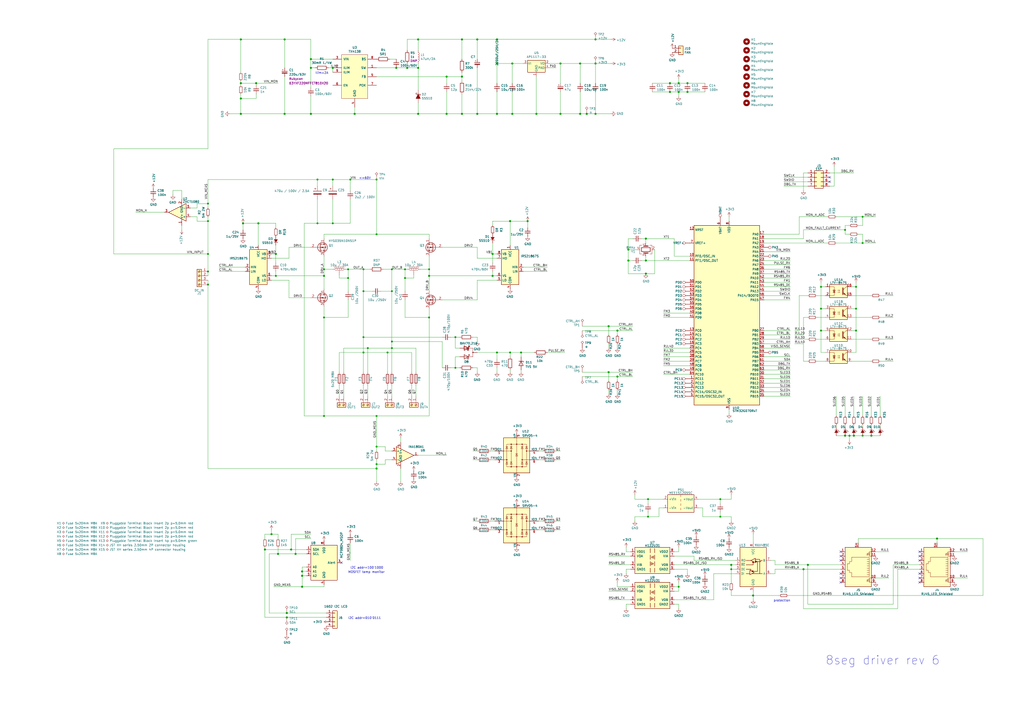
<source format=kicad_sch>
(kicad_sch (version 20230620) (generator eeschema)

  (uuid a4b014d8-050b-4a7a-9077-d2799def17e5)

  (paper "A2")

  

  (junction (at 345.44 66.04) (diameter 1.016) (color 0 0 0 0)
    (uuid 00f422f1-f7f8-45df-931d-5010ff4fc931)
  )
  (junction (at 248.92 160.02) (diameter 1.016) (color 0 0 0 0)
    (uuid 0320d5ba-1f2a-4dbb-90ec-b8337f7c0078)
  )
  (junction (at 311.15 66.04) (diameter 1.016) (color 0 0 0 0)
    (uuid 035e3df6-a887-424c-8db8-3025c19db82a)
  )
  (junction (at 417.83 289.56) (diameter 0) (color 0 0 0 0)
    (uuid 08ee1e7a-8d3a-4298-bf77-657ae0db370b)
  )
  (junction (at 165.1 22.86) (diameter 1.016) (color 0 0 0 0)
    (uuid 0903abc9-8580-46a5-a0e4-5ce6a661e2ab)
  )
  (junction (at 417.83 299.72) (diameter 0) (color 0 0 0 0)
    (uuid 09412149-c3d7-42cc-b02a-e8a0a7d26ad1)
  )
  (junction (at 340.36 66.04) (diameter 1.016) (color 0 0 0 0)
    (uuid 0a067b79-8dc4-41ec-aa3e-4cf0bb5d840d)
  )
  (junction (at 496.57 191.77) (diameter 0) (color 0 0 0 0)
    (uuid 0a0d5359-1d79-44ae-bbc1-b3db6ece17a2)
  )
  (junction (at 175.26 334.01) (diameter 1.016) (color 0 0 0 0)
    (uuid 0ca53f50-b13d-43cb-88af-bf26352ab851)
  )
  (junction (at 259.08 44.45) (diameter 1.016) (color 0 0 0 0)
    (uuid 0e013a49-ea28-4317-91d8-c846afcf1446)
  )
  (junction (at 375.92 299.72) (diameter 0) (color 0 0 0 0)
    (uuid 0e8c626b-bb94-41ba-bd62-878b934553b1)
  )
  (junction (at 345.44 36.83) (diameter 1.016) (color 0 0 0 0)
    (uuid 0ecb41a9-edcd-4167-851b-0a409316af20)
  )
  (junction (at 227.33 201.93) (diameter 0) (color 0 0 0 0)
    (uuid 117b1c6d-cd05-4165-95be-8cc26682d4e6)
  )
  (junction (at 120.65 118.11) (diameter 0) (color 0 0 0 0)
    (uuid 12481141-735e-4613-bc2c-ed1fbae616af)
  )
  (junction (at 213.36 201.93) (diameter 0) (color 0 0 0 0)
    (uuid 130bbd26-5cf4-44a7-89ae-0b1c35d239d6)
  )
  (junction (at 267.97 66.04) (diameter 1.016) (color 0 0 0 0)
    (uuid 17438b62-92c5-4c16-8372-5519e17644ba)
  )
  (junction (at 288.29 204.47) (diameter 0) (color 0 0 0 0)
    (uuid 176d78f8-ee33-48e8-8626-c5f4a9ac9253)
  )
  (junction (at 364.49 151.13) (diameter 1.016) (color 0 0 0 0)
    (uuid 197eb893-ab50-430d-9190-6ad4ef716463)
  )
  (junction (at 496.57 179.07) (diameter 0) (color 0 0 0 0)
    (uuid 19e14406-ba74-4917-a048-f5dbe4e6afab)
  )
  (junction (at 139.7 22.86) (diameter 1.016) (color 0 0 0 0)
    (uuid 1d5da22d-f43f-4a8c-b79f-b6a201ab433d)
  )
  (junction (at 157.48 309.88) (diameter 1.016) (color 0 0 0 0)
    (uuid 1eeb059b-acfc-46ea-bb64-a81bc92bb3a3)
  )
  (junction (at 476.25 179.07) (diameter 0) (color 0 0 0 0)
    (uuid 211d2edf-7005-449f-bc5d-8eca38d8bb6e)
  )
  (junction (at 543.56 312.42) (diameter 1.016) (color 0 0 0 0)
    (uuid 2177752a-ab07-4db4-a753-15c95f4ea0ea)
  )
  (junction (at 218.44 259.08) (diameter 0) (color 0 0 0 0)
    (uuid 26c973fa-96f3-42b2-a211-ca3d321e1041)
  )
  (junction (at 492.76 252.73) (diameter 1.016) (color 0 0 0 0)
    (uuid 27fcf822-a402-4867-858f-a19ea5819b84)
  )
  (junction (at 148.59 48.26) (diameter 1.016) (color 0 0 0 0)
    (uuid 29d932ac-35b1-4719-b024-fb16ea3d7d64)
  )
  (junction (at 295.91 128.27) (diameter 1.016) (color 0 0 0 0)
    (uuid 2bbf58a4-4126-478e-b296-04cae21d1e49)
  )
  (junction (at 302.26 204.47) (diameter 0) (color 0 0 0 0)
    (uuid 2de04189-82cd-4f64-bb4a-d15b8bda3c3d)
  )
  (junction (at 180.34 66.04) (diameter 1.016) (color 0 0 0 0)
    (uuid 2ef7a379-fc96-409e-86be-72ad614f5c77)
  )
  (junction (at 187.96 160.02) (diameter 1.016) (color 0 0 0 0)
    (uuid 33c966db-50f5-43db-9455-0a2a2c65d44b)
  )
  (junction (at 210.82 204.47) (diameter 0) (color 0 0 0 0)
    (uuid 34a8df00-dce4-4145-858c-4ee04793e310)
  )
  (junction (at 201.93 161.29) (diameter 0) (color 0 0 0 0)
    (uuid 350628bc-cd1a-40ff-b431-4e7d7c62d68b)
  )
  (junction (at 259.08 66.04) (diameter 1.016) (color 0 0 0 0)
    (uuid 377b7b69-af5e-4cc7-8770-03636f199c92)
  )
  (junction (at 495.3 252.73) (diameter 1.016) (color 0 0 0 0)
    (uuid 3a1e84d6-a87a-4bfb-a2a4-3c6397a7592a)
  )
  (junction (at 227.33 168.91) (diameter 0) (color 0 0 0 0)
    (uuid 3a8f40ae-2e79-4177-9f98-fb8dc7763aba)
  )
  (junction (at 500.38 125.73) (diameter 0) (color 0 0 0 0)
    (uuid 3b5623e9-46f1-4b36-9457-0c0b1018d010)
  )
  (junction (at 353.06 189.23) (diameter 1.016) (color 0 0 0 0)
    (uuid 3ba4cc3b-ceb4-4b38-8b98-08a2715df3eb)
  )
  (junction (at 187.96 241.3) (diameter 0) (color 0 0 0 0)
    (uuid 3cf83d27-64e8-4f02-8293-9208ee79a516)
  )
  (junction (at 500.38 252.73) (diameter 0) (color 0 0 0 0)
    (uuid 3eff19e4-fd72-476a-87b1-b08e7931cbe4)
  )
  (junction (at 227.33 156.21) (diameter 0) (color 0 0 0 0)
    (uuid 40689062-8cea-423a-ae91-f37b9b5d6731)
  )
  (junction (at 325.12 66.04) (diameter 1.016) (color 0 0 0 0)
    (uuid 41ab825f-1308-4d4a-91de-7aaf5c5b747f)
  )
  (junction (at 120.65 157.48) (diameter 0) (color 0 0 0 0)
    (uuid 41d1bc65-d837-4d03-b9b1-af5f3dac5494)
  )
  (junction (at 242.57 39.37) (diameter 1.016) (color 0 0 0 0)
    (uuid 423257a9-1cf1-4a26-a368-ae40c8616c22)
  )
  (junction (at 358.14 218.44) (diameter 1.016) (color 0 0 0 0)
    (uuid 442eceee-b445-4cfa-9521-bb7fb466462a)
  )
  (junction (at 288.29 66.04) (diameter 1.016) (color 0 0 0 0)
    (uuid 4467c9c4-0f8b-4288-b7af-6bb921025486)
  )
  (junction (at 288.29 36.83) (diameter 1.016) (color 0 0 0 0)
    (uuid 4a47447e-b34c-4e4b-b428-2f135e8a14ea)
  )
  (junction (at 153.67 318.77) (diameter 1.016) (color 0 0 0 0)
    (uuid 4d19e9f6-2b27-4560-a8a4-871f4ba21385)
  )
  (junction (at 205.74 66.04) (diameter 1.016) (color 0 0 0 0)
    (uuid 4d403375-e327-48a2-a6fd-056a25e40431)
  )
  (junction (at 297.18 36.83) (diameter 1.016) (color 0 0 0 0)
    (uuid 4d7cf408-1fc7-4553-9038-f9c22b416fa2)
  )
  (junction (at 295.91 204.47) (diameter 0) (color 0 0 0 0)
    (uuid 4ed5c65d-270b-421e-a4bb-055283c5e7de)
  )
  (junction (at 171.45 321.31) (diameter 1.016) (color 0 0 0 0)
    (uuid 510b37f1-3e19-48e5-8568-52d428cbdd61)
  )
  (junction (at 336.55 36.83) (diameter 1.016) (color 0 0 0 0)
    (uuid 526dfc45-c0d3-4891-8542-76be0de6756f)
  )
  (junction (at 160.02 160.02) (diameter 0) (color 0 0 0 0)
    (uuid 52f7564e-abff-467f-bf4c-1375dc3072a9)
  )
  (junction (at 276.86 22.86) (diameter 1.016) (color 0 0 0 0)
    (uuid 5358b62b-76e6-4793-ac7f-61586e0c2ec1)
  )
  (junction (at 374.65 151.13) (diameter 1.016) (color 0 0 0 0)
    (uuid 546dfa7f-4b59-408f-b383-761304e2055d)
  )
  (junction (at 160.02 147.32) (diameter 1.016) (color 0 0 0 0)
    (uuid 5924bd5c-a4a5-4953-94e3-24f4618f17dc)
  )
  (junction (at 234.95 156.21) (diameter 0) (color 0 0 0 0)
    (uuid 5a597426-dcd2-4ae1-9a74-aab26e1fd4bb)
  )
  (junction (at 180.34 39.37) (diameter 1.016) (color 0 0 0 0)
    (uuid 5b091244-19d1-4b58-aaf6-db793657a6a4)
  )
  (junction (at 496.57 166.37) (diameter 0) (color 0 0 0 0)
    (uuid 5c9d06b1-c0cb-4b76-95d2-6ba7983a9bc7)
  )
  (junction (at 218.44 241.3) (diameter 0) (color 0 0 0 0)
    (uuid 5e3d3ba1-9852-4139-b92b-4df2f2492174)
  )
  (junction (at 393.7 340.36) (diameter 0) (color 0 0 0 0)
    (uuid 5ef12dd1-8374-4bec-8a76-bfc5aa1498e7)
  )
  (junction (at 218.44 135.89) (diameter 0) (color 0 0 0 0)
    (uuid 5fdb59f3-416a-47f0-8757-7fc89a377871)
  )
  (junction (at 187.96 184.15) (diameter 0) (color 0 0 0 0)
    (uuid 5ffc360b-17f9-4288-b7d7-f6939e9bb824)
  )
  (junction (at 345.44 22.86) (diameter 1.016) (color 0 0 0 0)
    (uuid 6112e5e3-5333-4eec-b6e2-b535ee37a2f6)
  )
  (junction (at 140.97 129.54) (diameter 1.016) (color 0 0 0 0)
    (uuid 62499af8-dd25-46ec-90b9-62e3a1422b55)
  )
  (junction (at 297.18 66.04) (diameter 1.016) (color 0 0 0 0)
    (uuid 66c337d2-b5e0-493e-aac8-3c7c16bef129)
  )
  (junction (at 175.26 340.36) (diameter 1.016) (color 0 0 0 0)
    (uuid 67df6e4b-aea8-4c3c-b09a-0bfc42ca01ba)
  )
  (junction (at 210.82 156.21) (diameter 0) (color 0 0 0 0)
    (uuid 6a3e1dec-9cfc-4b3b-8983-a4237bc395c9)
  )
  (junction (at 500.38 140.97) (diameter 0) (color 0 0 0 0)
    (uuid 6b26881f-f251-4a0d-afad-8a6a4c5835b2)
  )
  (junction (at 393.7 53.34) (diameter 1.016) (color 0 0 0 0)
    (uuid 6f0907ee-51ac-4830-99ce-6f122169ebd5)
  )
  (junction (at 476.25 191.77) (diameter 0) (color 0 0 0 0)
    (uuid 70afe2ac-da0b-4481-b3dc-104bb2f2cf5c)
  )
  (junction (at 364.49 144.78) (diameter 1.016) (color 0 0 0 0)
    (uuid 71b23dd2-c4ff-48b0-b045-1cef4afdd0ba)
  )
  (junction (at 398.78 53.34) (diameter 1.016) (color 0 0 0 0)
    (uuid 726abf46-4c68-4de0-b28d-c64c6f1363ba)
  )
  (junction (at 210.82 195.58) (diameter 0) (color 0 0 0 0)
    (uuid 742ae2b3-db2a-47dc-b1f4-64bee423a2d9)
  )
  (junction (at 242.57 66.04) (diameter 1.016) (color 0 0 0 0)
    (uuid 74a91f23-026b-488a-8683-941ade4f8419)
  )
  (junction (at 193.04 104.14) (diameter 0) (color 0 0 0 0)
    (uuid 75441a35-7b8c-409e-9ac9-a06169866556)
  )
  (junction (at 234.95 161.29) (diameter 0) (color 0 0 0 0)
    (uuid 770f518c-7b5d-4e34-9c97-192a6af07510)
  )
  (junction (at 248.92 184.15) (diameter 0) (color 0 0 0 0)
    (uuid 7790582f-4aa9-4c7d-9b50-29e85d31af39)
  )
  (junction (at 168.91 318.77) (diameter 1.016) (color 0 0 0 0)
    (uuid 7a96add3-47eb-4e25-94c5-098c8c67bd25)
  )
  (junction (at 353.06 215.9) (diameter 1.016) (color 0 0 0 0)
    (uuid 8590b800-13d7-4325-b887-26ccf4d18c5a)
  )
  (junction (at 374.65 158.75) (diameter 1.016) (color 0 0 0 0)
    (uuid 869ab7b5-94ce-4ba4-ac06-f87b4d6a081e)
  )
  (junction (at 505.46 252.73) (diameter 1.016) (color 0 0 0 0)
    (uuid 86c38215-051f-4de4-9483-d96bedd86a9e)
  )
  (junction (at 161.29 321.31) (diameter 1.016) (color 0 0 0 0)
    (uuid 874d7e1c-e18e-482b-9de1-baa9c0166694)
  )
  (junction (at 180.34 34.29) (diameter 1.016) (color 0 0 0 0)
    (uuid 892cf1a6-708d-475a-a57e-f3ba0d9faa64)
  )
  (junction (at 276.86 66.04) (diameter 1.016) (color 0 0 0 0)
    (uuid 894a30af-e630-490e-b8fd-be6ea13ab67c)
  )
  (junction (at 227.33 198.12) (diameter 0) (color 0 0 0 0)
    (uuid 89a24618-80e8-4a46-8fe8-cbe240cb817c)
  )
  (junction (at 120.65 147.32) (diameter 0) (color 0 0 0 0)
    (uuid 8bdbfe33-cc57-4b3d-a4f0-5eaf267628d3)
  )
  (junction (at 285.75 147.32) (diameter 1.016) (color 0 0 0 0)
    (uuid 8f2a842c-a024-4a46-bace-f8363576d461)
  )
  (junction (at 267.97 22.86) (diameter 1.016) (color 0 0 0 0)
    (uuid 90df0114-0305-498a-b67b-e25624694405)
  )
  (junction (at 285.75 160.02) (diameter 1.016) (color 0 0 0 0)
    (uuid 910d03ea-b724-4332-8f3b-1c8ecf717b86)
  )
  (junction (at 466.09 330.2) (diameter 1.016) (color 0 0 0 0)
    (uuid 97530217-d9c2-4032-8a95-548dd7ec914d)
  )
  (junction (at 248.92 156.21) (diameter 0) (color 0 0 0 0)
    (uuid 9766ca31-408b-4d95-9bad-173ca2b52508)
  )
  (junction (at 490.22 252.73) (diameter 1.016) (color 0 0 0 0)
    (uuid 9948e0a1-7b24-4486-a82f-1d91da28a292)
  )
  (junction (at 184.15 129.54) (diameter 0) (color 0 0 0 0)
    (uuid 9b4baf89-104f-4286-b4e5-ae37eebed429)
  )
  (junction (at 149.86 129.54) (diameter 1.016) (color 0 0 0 0)
    (uuid 9b74b1b8-a079-4f26-86cb-e2d6b81bdb59)
  )
  (junction (at 203.2 104.14) (diameter 0) (color 0 0 0 0)
    (uuid 9c9e7b9a-3512-4b00-a4b3-3ba5e0af1faa)
  )
  (junction (at 218.44 269.24) (diameter 0) (color 0 0 0 0)
    (uuid 9e7cc61a-56b6-453e-8aa6-893d4ef70806)
  )
  (junction (at 139.7 66.04) (diameter 1.016) (color 0 0 0 0)
    (uuid 9ea2e9ea-6b59-4473-90c7-59b29455eba8)
  )
  (junction (at 120.65 165.1) (diameter 0) (color 0 0 0 0)
    (uuid a06437e5-dc2c-4eed-b39d-8ddf36907e33)
  )
  (junction (at 398.78 48.26) (diameter 1.016) (color 0 0 0 0)
    (uuid a0dccd9a-c66a-4903-bce0-ac1049d29474)
  )
  (junction (at 325.12 36.83) (diameter 1.016) (color 0 0 0 0)
    (uuid a71f8055-7cc3-4ed1-937c-85a0c4bc488e)
  )
  (junction (at 120.65 128.27) (diameter 0) (color 0 0 0 0)
    (uuid a90c89ab-51df-4a17-9990-10a79d1ae44b)
  )
  (junction (at 224.79 204.47) (diameter 0) (color 0 0 0 0)
    (uuid acb3dbc8-11cf-4a73-8680-8cd7d2ef6507)
  )
  (junction (at 267.97 44.45) (diameter 1.016) (color 0 0 0 0)
    (uuid ad0b028b-81c5-43f9-a187-cfc93887d452)
  )
  (junction (at 393.7 48.26) (diameter 1.016) (color 0 0 0 0)
    (uuid ad2bb25f-d622-4d87-947a-dc4d94a393ae)
  )
  (junction (at 218.44 271.78) (diameter 1.016) (color 0 0 0 0)
    (uuid af50ecc3-8bf3-4d38-9727-ca14d09557ea)
  )
  (junction (at 436.88 345.44) (diameter 1.016) (color 0 0 0 0)
    (uuid af9650c7-e985-4bd4-891a-54a81329d534)
  )
  (junction (at 236.22 39.37) (diameter 1.016) (color 0 0 0 0)
    (uuid afb2050b-873a-4057-a6f5-2f8efbd48ac6)
  )
  (junction (at 165.1 66.04) (diameter 1.016) (color 0 0 0 0)
    (uuid b458bd04-5ee4-4069-8fb9-5f1984ee02a1)
  )
  (junction (at 139.7 48.26) (diameter 1.016) (color 0 0 0 0)
    (uuid ba2201e2-6ab3-43df-bed9-9ac88aec6ed9)
  )
  (junction (at 388.62 48.26) (diameter 1.016) (color 0 0 0 0)
    (uuid bfb6e205-4940-46f0-9df4-153f8e1aaa7f)
  )
  (junction (at 375.92 289.56) (diameter 0) (color 0 0 0 0)
    (uuid bfbd8467-f886-4530-ab09-cae4d2a8aa60)
  )
  (junction (at 468.63 327.66) (diameter 1.016) (color 0 0 0 0)
    (uuid c06fdadb-8ddb-412d-af41-69083e917112)
  )
  (junction (at 264.16 195.58) (diameter 0) (color 0 0 0 0)
    (uuid c2bf86a7-2544-42d3-abe9-f753e4ee5a4c)
  )
  (junction (at 358.14 191.77) (diameter 1.016) (color 0 0 0 0)
    (uuid c3127fc8-ab5b-4477-a3d7-4ba0b9c49089)
  )
  (junction (at 264.16 213.36) (diameter 0) (color 0 0 0 0)
    (uuid c66bed68-af8e-477e-800f-414019c70f5b)
  )
  (junction (at 229.87 39.37) (diameter 1.016) (color 0 0 0 0)
    (uuid c66f7e17-4c9b-49ec-a9d9-a26d8d08f351)
  )
  (junction (at 424.18 327.66) (diameter 1.016) (color 0 0 0 0)
    (uuid cec8ba27-616e-40a4-90cc-2b3e8fe9ee8b)
  )
  (junction (at 193.04 39.37) (diameter 1.016) (color 0 0 0 0)
    (uuid d2f0248d-b920-4443-96ee-1df87eceaf08)
  )
  (junction (at 184.15 104.14) (diameter 0) (color 0 0 0 0)
    (uuid d41d247c-161e-4204-a709-b270344d03c3)
  )
  (junction (at 476.25 166.37) (diameter 0) (color 0 0 0 0)
    (uuid db9f3bd0-8457-4418-afa3-a97048d16f26)
  )
  (junction (at 336.55 66.04) (diameter 1.016) (color 0 0 0 0)
    (uuid e00e7a69-7876-4f7f-84a6-70f9097f197d)
  )
  (junction (at 306.07 128.27) (diameter 1.016) (color 0 0 0 0)
    (uuid e0f69eb1-4709-4657-9f74-fb5d17a06ed4)
  )
  (junction (at 175.26 331.47) (diameter 1.016) (color 0 0 0 0)
    (uuid e3e41faa-8169-4615-a9c9-213c0d620a5e)
  )
  (junction (at 166.37 355.6) (diameter 1.016) (color 0 0 0 0)
    (uuid e48f7b35-32c2-4f21-8f16-b643e635e96e)
  )
  (junction (at 424.18 330.2) (diameter 0) (color 0 0 0 0)
    (uuid e60a82f4-29b9-480c-8c6f-082dc0ab7f1f)
  )
  (junction (at 166.37 358.14) (diameter 1.016) (color 0 0 0 0)
    (uuid e62ec827-61f3-4a66-8872-be2c46aecf07)
  )
  (junction (at 242.57 22.86) (diameter 1.016) (color 0 0 0 0)
    (uuid e65fb0cc-5624-4d1f-8b10-47d46fc3067e)
  )
  (junction (at 201.93 156.21) (diameter 0) (color 0 0 0 0)
    (uuid e6932ae2-dc0c-4f61-95b9-7af407aa076c)
  )
  (junction (at 374.65 138.43) (diameter 1.016) (color 0 0 0 0)
    (uuid e9036d12-438e-4734-99a1-0bb5aaef2eec)
  )
  (junction (at 288.29 22.86) (diameter 1.016) (color 0 0 0 0)
    (uuid ea126893-85e1-47f7-ab86-95880f835131)
  )
  (junction (at 210.82 168.91) (diameter 0) (color 0 0 0 0)
    (uuid eade7e85-16df-4223-b3a9-b1508e758abd)
  )
  (junction (at 490.22 133.35) (diameter 0) (color 0 0 0 0)
    (uuid f1eaa29b-d971-40a2-b1d4-15c9ba8bd275)
  )
  (junction (at 187.96 156.21) (diameter 0) (color 0 0 0 0)
    (uuid f25eed45-9cff-4bcf-8f75-f4bb2d064bf1)
  )
  (junction (at 193.04 129.54) (diameter 0) (color 0 0 0 0)
    (uuid f46551b8-c188-4699-8077-80afdd7181cf)
  )
  (junction (at 388.62 53.34) (diameter 1.016) (color 0 0 0 0)
    (uuid f4a903a9-fcfe-48ab-8d0a-abc0c3179b30)
  )
  (junction (at 139.7 57.15) (diameter 1.016) (color 0 0 0 0)
    (uuid fd27718e-14d1-4dfa-96ae-77db64da4003)
  )
  (junction (at 218.44 104.14) (diameter 0) (color 0 0 0 0)
    (uuid fdd18836-d862-47dc-890b-f20f98cf0ea3)
  )

  (no_connect (at 487.68 322.58) (uuid 0525c98b-0dec-46f0-b699-cf9475eeba19))
  (no_connect (at 198.12 326.39) (uuid 46ca69a9-5d31-4bc1-9ced-3c7b116a3036))
  (no_connect (at 533.4 337.82) (uuid 48946b18-b753-4e71-9ee3-e5230a2a902b))
  (no_connect (at 487.68 335.28) (uuid 8c58f85d-95d4-4f58-b4a4-ac4fac049f55))
  (no_connect (at 487.68 337.82) (uuid 9f54a902-0b18-46b9-98ad-c6792cdae6e5))
  (no_connect (at 533.4 325.12) (uuid a46b7c0d-b4fa-47dc-98a5-d5c593c702e2))
  (no_connect (at 487.68 332.74) (uuid afa60920-e327-4b32-a46c-fdf8291c7430))
  (no_connect (at 533.4 320.04) (uuid b13cb89e-237e-45c6-91a5-897be29331f8))
  (no_connect (at 487.68 325.12) (uuid b1f38491-4652-422c-b0da-514a2293ea97))
  (no_connect (at 487.68 320.04) (uuid c53ede21-0cf3-4111-ae02-3c1756ee5063))
  (no_connect (at 533.4 332.74) (uuid ed34b661-daf0-4e2b-bcde-b8cd1cfc0f39))
  (no_connect (at 533.4 322.58) (uuid ee45a50c-ebfd-40d3-9b4b-c2b9bf90055d))
  (no_connect (at 533.4 335.28) (uuid eee60b3c-25b9-475e-a949-38aec09eec65))
  (no_connect (at 481.33 105.41) (uuid ef77bb6b-94ba-436b-ad9f-5fc5cbc010bc))
  (no_connect (at 481.33 102.87) (uuid ef77bb6b-94ba-436b-ad9f-5fc5cbc010bd))

  (wire (pts (xy 398.78 48.26) (xy 408.94 48.26))
    (stroke (width 0) (type solid))
    (uuid 0125158a-83af-46c8-9c53-40abe6b401a2)
  )
  (wire (pts (xy 259.08 66.04) (xy 267.97 66.04))
    (stroke (width 0) (type solid))
    (uuid 02ad3fbc-4f36-4004-b97c-1262e0af1410)
  )
  (wire (pts (xy 461.01 194.31) (xy 466.09 194.31))
    (stroke (width 0) (type default))
    (uuid 02fcc3cd-80ac-45d8-a2d0-00636f65cc92)
  )
  (wire (pts (xy 223.52 269.24) (xy 223.52 266.7))
    (stroke (width 0) (type default))
    (uuid 031fba2e-dd93-4900-afa3-6c360b1d9363)
  )
  (wire (pts (xy 318.77 39.37) (xy 322.58 39.37))
    (stroke (width 0) (type solid))
    (uuid 033d91b2-7700-47d4-9813-cae9e301651e)
  )
  (wire (pts (xy 182.88 39.37) (xy 180.34 39.37))
    (stroke (width 0) (type solid))
    (uuid 039718b7-fa03-431f-b93b-f6449ecff0cf)
  )
  (wire (pts (xy 234.95 161.29) (xy 234.95 168.91))
    (stroke (width 0) (type default))
    (uuid 03eee8c4-5569-457f-b3a9-cea990f0636c)
  )
  (wire (pts (xy 492.76 130.81) (xy 490.22 130.81))
    (stroke (width 0) (type default))
    (uuid 04026016-3474-447c-9724-0e9128046132)
  )
  (wire (pts (xy 171.45 321.31) (xy 161.29 321.31))
    (stroke (width 0) (type solid))
    (uuid 0532c6b3-06b8-49eb-8576-10b05a190a90)
  )
  (wire (pts (xy 358.14 340.36) (xy 365.76 340.36))
    (stroke (width 0) (type default))
    (uuid 057c0cbc-dbc9-4526-835b-46cf3c41bc85)
  )
  (wire (pts (xy 166.37 355.6) (xy 189.23 355.6))
    (stroke (width 0) (type solid))
    (uuid 05d38674-844f-4d26-96a8-fbe915d8031c)
  )
  (wire (pts (xy 114.3 128.27) (xy 120.65 128.27))
    (stroke (width 0) (type default))
    (uuid 067b5c43-4fd9-4094-9167-89dc0c02bfaa)
  )
  (wire (pts (xy 248.92 184.15) (xy 248.92 179.07))
    (stroke (width 0) (type solid))
    (uuid 070aefd7-d02d-48d1-a2d5-d2f761a52ecb)
  )
  (wire (pts (xy 443.23 168.91) (xy 458.47 168.91))
    (stroke (width 0) (type default))
    (uuid 076b2c7b-42d9-4290-8e12-be7c6687b4b1)
  )
  (wire (pts (xy 363.22 320.04) (xy 365.76 320.04))
    (stroke (width 0) (type default))
    (uuid 07f70b5e-d3e2-473c-82b1-5b6a3d28b50b)
  )
  (wire (pts (xy 227.33 198.12) (xy 227.33 201.93))
    (stroke (width 0) (type default))
    (uuid 08f2dd9b-f0df-47f9-87fd-19251f9a5050)
  )
  (wire (pts (xy 187.96 148.59) (xy 187.96 156.21))
    (stroke (width 0) (type solid))
    (uuid 0908971d-0a3b-4817-9803-29a53fd07749)
  )
  (wire (pts (xy 276.86 34.29) (xy 276.86 22.86))
    (stroke (width 0) (type solid))
    (uuid 093dd22f-3d54-4f90-b915-835042bcb84a)
  )
  (wire (pts (xy 322.58 261.62) (xy 325.12 261.62))
    (stroke (width 0) (type default))
    (uuid 0959fa8d-9220-4008-a51b-bb9e6a4c02d6)
  )
  (wire (pts (xy 407.67 299.72) (xy 417.83 299.72))
    (stroke (width 0) (type default))
    (uuid 0ac29e11-12ab-4c46-96db-db8276d5eda5)
  )
  (wire (pts (xy 473.71 171.45) (xy 478.79 171.45))
    (stroke (width 0) (type default))
    (uuid 0acd6478-5b08-4a01-b857-900f30f26ca8)
  )
  (wire (pts (xy 295.91 204.47) (xy 302.26 204.47))
    (stroke (width 0) (type default))
    (uuid 0b7a8689-8d01-4b07-96e3-71de780db8a7)
  )
  (wire (pts (xy 353.06 220.98) (xy 353.06 215.9))
    (stroke (width 0) (type solid))
    (uuid 0b93ea2e-0566-43ca-bf2a-622432378311)
  )
  (wire (pts (xy 443.23 140.97) (xy 480.06 140.97))
    (stroke (width 0) (type default))
    (uuid 0c13295e-99db-4533-baa8-d2e52bbceced)
  )
  (wire (pts (xy 353.06 322.58) (xy 365.76 322.58))
    (stroke (width 0) (type default))
    (uuid 0c8275b9-ba39-4689-ac9d-deae68307a32)
  )
  (wire (pts (xy 495.3 252.73) (xy 500.38 252.73))
    (stroke (width 0) (type solid))
    (uuid 0cebc144-945e-4a32-ab17-9a31b1d9ae3c)
  )
  (wire (pts (xy 153.67 309.88) (xy 157.48 309.88))
    (stroke (width 0) (type solid))
    (uuid 0cf786f4-9ec9-4931-a516-37b088a3d637)
  )
  (wire (pts (xy 443.23 158.75) (xy 458.47 158.75))
    (stroke (width 0) (type default))
    (uuid 0d454349-0d0f-427c-9368-fa144754f232)
  )
  (wire (pts (xy 114.3 118.11) (xy 120.65 118.11))
    (stroke (width 0) (type default))
    (uuid 0e335656-eaa1-4e4a-816a-0461f0ebf055)
  )
  (wire (pts (xy 160.02 152.4) (xy 160.02 147.32))
    (stroke (width 0) (type solid))
    (uuid 0ecd8ca8-2bc2-45c5-ad7b-6c09666d3f74)
  )
  (wire (pts (xy 378.46 53.34) (xy 388.62 53.34))
    (stroke (width 0) (type solid))
    (uuid 0f2f0a3c-fba8-4afe-b065-5fc5eab9928a)
  )
  (wire (pts (xy 424.18 330.2) (xy 426.72 330.2))
    (stroke (width 0) (type solid))
    (uuid 0f4cb350-8717-478f-b37e-0f0d5e99ba26)
  )
  (wire (pts (xy 497.84 130.81) (xy 500.38 130.81))
    (stroke (width 0) (type default))
    (uuid 0fa163ac-a571-47b9-a950-875acfe924fb)
  )
  (wire (pts (xy 223.52 261.62) (xy 223.52 259.08))
    (stroke (width 0) (type default))
    (uuid 1032fd79-9290-40e0-986c-46e5ba31d9a4)
  )
  (wire (pts (xy 285.75 140.97) (xy 285.75 147.32))
    (stroke (width 0) (type solid))
    (uuid 108118cd-b53d-45e4-bc19-661872f51c56)
  )
  (wire (pts (xy 353.06 199.39) (xy 353.06 201.93))
    (stroke (width 0) (type solid))
    (uuid 108dffa3-ee94-4f6c-8c9b-8fcc612789ed)
  )
  (wire (pts (xy 443.23 214.63) (xy 458.47 214.63))
    (stroke (width 0) (type default))
    (uuid 113d6b28-daaa-4396-921f-d5474b6fc7e9)
  )
  (wire (pts (xy 210.82 156.21) (xy 210.82 168.91))
    (stroke (width 0) (type default))
    (uuid 114da88a-20fc-4bf7-a411-8ec88f6f74e9)
  )
  (wire (pts (xy 466.09 133.35) (xy 490.22 133.35))
    (stroke (width 0) (type default))
    (uuid 1190c65c-a56a-4813-86bb-b73c9b38e863)
  )
  (wire (pts (xy 490.22 252.73) (xy 492.76 252.73))
    (stroke (width 0) (type solid))
    (uuid 12694466-e0eb-4952-a56a-f3bd573ff09d)
  )
  (wire (pts (xy 515.62 320.04) (xy 508 320.04))
    (stroke (width 0) (type solid))
    (uuid 126f7227-746c-448e-9226-2736d76e960a)
  )
  (wire (pts (xy 218.44 241.3) (xy 248.92 241.3))
    (stroke (width 0) (type solid))
    (uuid 129dd7d3-7b19-4873-9400-1909dfe49e0e)
  )
  (wire (pts (xy 340.36 66.04) (xy 336.55 66.04))
    (stroke (width 0) (type solid))
    (uuid 133ecb11-56bc-4794-937f-1abf634b7f58)
  )
  (wire (pts (xy 375.92 289.56) (xy 375.92 292.1))
    (stroke (width 0) (type default))
    (uuid 134e4681-2f22-4bfb-bcc5-b0774ba181df)
  )
  (wire (pts (xy 120.65 157.48) (xy 120.65 160.02))
    (stroke (width 0) (type default))
    (uuid 1402534c-88f2-4995-ae34-8f5c78e4e6ac)
  )
  (wire (pts (xy 267.97 41.91) (xy 267.97 44.45))
    (stroke (width 0) (type solid))
    (uuid 14d4c963-d162-4ab2-ab1d-1406c8d3fdd3)
  )
  (wire (pts (xy 284.48 307.34) (xy 287.02 307.34))
    (stroke (width 0) (type default))
    (uuid 155e2c2a-9175-4575-aedb-041ebc6323f4)
  )
  (wire (pts (xy 223.52 266.7) (xy 227.33 266.7))
    (stroke (width 0) (type default))
    (uuid 155fb880-cd5e-4e1a-aab2-46c761e6ded9)
  )
  (wire (pts (xy 443.23 138.43) (xy 466.09 138.43))
    (stroke (width 0) (type default))
    (uuid 158effc7-5f56-4c6b-a693-ee1e345d88b6)
  )
  (wire (pts (xy 312.42 261.62) (xy 314.96 261.62))
    (stroke (width 0) (type default))
    (uuid 15b8eade-289b-4893-bc0a-170bc7d52355)
  )
  (wire (pts (xy 443.23 219.71) (xy 458.47 219.71))
    (stroke (width 0) (type default))
    (uuid 161ab9e2-8a7a-4ce3-9ef5-674fb688eee0)
  )
  (wire (pts (xy 496.57 163.83) (xy 496.57 166.37))
    (stroke (width 0) (type default))
    (uuid 18431b79-a1c9-4ac7-afbd-7458b6318c4f)
  )
  (wire (pts (xy 393.7 48.26) (xy 398.78 48.26))
    (stroke (width 0) (type solid))
    (uuid 19386036-f8af-4364-9139-d83f9a7cfeca)
  )
  (wire (pts (xy 494.03 191.77) (xy 496.57 191.77))
    (stroke (width 0) (type default))
    (uuid 1a3b004e-caf0-4311-aad6-aee615184492)
  )
  (wire (pts (xy 203.2 314.96) (xy 203.2 325.12))
    (stroke (width 0) (type solid))
    (uuid 1a50ad5c-6205-4160-ba9c-1bec89ce3fdc)
  )
  (wire (pts (xy 384.81 204.47) (xy 400.05 204.47))
    (stroke (width 0) (type default))
    (uuid 1d0e6c24-529d-4e09-8bf9-0c88f569d3e0)
  )
  (wire (pts (xy 238.76 204.47) (xy 238.76 215.9))
    (stroke (width 0) (type default))
    (uuid 1d1bb7ac-274d-4d0c-b694-cbf924df9661)
  )
  (wire (pts (xy 382.27 299.72) (xy 382.27 294.64))
    (stroke (width 0) (type default))
    (uuid 1d47adbf-4e2c-48c3-bea2-54815367415e)
  )
  (wire (pts (xy 284.48 302.26) (xy 287.02 302.26))
    (stroke (width 0) (type default))
    (uuid 1df04e40-7c1a-48ef-a50d-8107d40a70a5)
  )
  (wire (pts (xy 201.93 161.29) (xy 201.93 168.91))
    (stroke (width 0) (type default))
    (uuid 1f2d32fb-454d-463b-b91a-8691195009e7)
  )
  (wire (pts (xy 473.71 209.55) (xy 478.79 209.55))
    (stroke (width 0) (type default))
    (uuid 1f41c816-d3bd-4464-a124-0bf91987ecfc)
  )
  (wire (pts (xy 364.49 138.43) (xy 364.49 144.78))
    (stroke (width 0) (type solid))
    (uuid 1f9a47d5-2c2c-4476-9ac0-f08877814dc3)
  )
  (wire (pts (xy 175.26 331.47) (xy 175.26 328.93))
    (stroke (width 0) (type solid))
    (uuid 1fdcf579-1f56-4cfe-a366-e3065e5ae496)
  )
  (wire (pts (xy 494.03 179.07) (xy 496.57 179.07))
    (stroke (width 0) (type default))
    (uuid 202a59c1-0230-440b-8af5-14a5e9489c1c)
  )
  (wire (pts (xy 267.97 44.45) (xy 259.08 44.45))
    (stroke (width 0) (type solid))
    (uuid 203836eb-57ed-4622-8ae4-a4649274b56a)
  )
  (wire (pts (xy 336.55 66.04) (xy 325.12 66.04))
    (stroke (width 0) (type solid))
    (uuid 20722d8e-166e-42fc-9fb8-d4ba5dfcce4e)
  )
  (wire (pts (xy 500.38 229.87) (xy 500.38 241.3))
    (stroke (width 0) (type default))
    (uuid 2089f42a-5ae5-4c20-8cf9-7d9d5e318235)
  )
  (wire (pts (xy 168.91 318.77) (xy 177.8 318.77))
    (stroke (width 0) (type solid))
    (uuid 20bb2acd-0728-4eea-aa61-1cd1137853f9)
  )
  (wire (pts (xy 303.53 157.48) (xy 317.5 157.48))
    (stroke (width 0) (type solid))
    (uuid 2119f8cf-1bfd-4efb-bae6-0673b989e953)
  )
  (wire (pts (xy 345.44 36.83) (xy 345.44 48.26))
    (stroke (width 0) (type solid))
    (uuid 21234ddc-d704-4bcc-b93b-72912cb07486)
  )
  (wire (pts (xy 224.79 204.47) (xy 224.79 215.9))
    (stroke (width 0) (type default))
    (uuid 2170b760-d6c5-4168-9966-05420d4aa711)
  )
  (wire (pts (xy 234.95 156.21) (xy 234.95 161.29))
    (stroke (width 0) (type default))
    (uuid 2186a132-24d1-465c-9165-2246080290c4)
  )
  (wire (pts (xy 417.83 299.72) (xy 417.83 297.18))
    (stroke (width 0) (type default))
    (uuid 2222f77a-7b72-4194-bf47-b52926721d08)
  )
  (wire (pts (xy 276.86 204.47) (xy 288.29 204.47))
    (stroke (width 0) (type default))
    (uuid 2256f4bd-5e38-404c-8a36-674b4792e662)
  )
  (wire (pts (xy 157.48 149.86) (xy 167.64 149.86))
    (stroke (width 0) (type solid))
    (uuid 22d539b1-aa2d-4126-8313-647b14df815d)
  )
  (wire (pts (xy 201.93 173.99) (xy 201.93 184.15))
    (stroke (width 0) (type default))
    (uuid 22e90ac2-e2be-490f-97aa-7e99bf4bae5d)
  )
  (wire (pts (xy 295.91 214.63) (xy 295.91 215.9))
    (stroke (width 0) (type default))
    (uuid 235ed7f4-2b5f-44e3-953f-6642955b5cfe)
  )
  (wire (pts (xy 317.5 204.47) (xy 327.66 204.47))
    (stroke (width 0) (type default))
    (uuid 239cc700-4489-4af0-8b7f-323f5e1dc241)
  )
  (wire (pts (xy 114.3 125.73) (xy 114.3 128.27))
    (stroke (width 0) (type default))
    (uuid 240349e5-3476-40a1-bd4f-1dad2aafeba5)
  )
  (wire (pts (xy 476.25 163.83) (xy 476.25 166.37))
    (stroke (width 0) (type default))
    (uuid 247b8d44-cdcf-4fd6-ba0c-863ff2a03dbc)
  )
  (wire (pts (xy 232.41 254) (xy 232.41 256.54))
    (stroke (width 0) (type default))
    (uuid 24b1eb53-b867-4f2b-a5e9-960bed28e909)
  )
  (wire (pts (xy 466.09 209.55) (xy 466.09 199.39))
    (stroke (width 0) (type default))
    (uuid 24e2aeef-5269-4897-97b5-e3bf0d896f56)
  )
  (wire (pts (xy 449.58 330.2) (xy 466.09 330.2))
    (stroke (width 0) (type solid))
    (uuid 2548ced5-e30e-4479-861a-b5ae6f5856db)
  )
  (wire (pts (xy 234.95 184.15) (xy 248.92 184.15))
    (stroke (width 0) (type default))
    (uuid 2569dd80-11ca-4ad3-a257-faf320252e2b)
  )
  (wire (pts (xy 285.75 160.02) (xy 285.75 157.48))
    (stroke (width 0) (type solid))
    (uuid 28545e89-5996-44f7-a7c2-435506710854)
  )
  (wire (pts (xy 167.64 143.51) (xy 180.34 143.51))
    (stroke (width 0) (type solid))
    (uuid 2883da6b-707a-42ff-bc47-667e594bdcee)
  )
  (wire (pts (xy 481.33 100.33) (xy 495.3 100.33))
    (stroke (width 0) (type default))
    (uuid 299c69df-b066-4288-8746-a45f7bb6d49e)
  )
  (wire (pts (xy 443.23 163.83) (xy 458.47 163.83))
    (stroke (width 0) (type default))
    (uuid 29f257fd-3461-4fee-b52a-b04dd2e20273)
  )
  (wire (pts (xy 267.97 34.29) (xy 267.97 22.86))
    (stroke (width 0) (type solid))
    (uuid 2a8dea25-7f62-46a5-b965-c0339cfba17b)
  )
  (wire (pts (xy 533.4 327.66) (xy 518.16 327.66))
    (stroke (width 0) (type solid))
    (uuid 2afdc978-63bd-448c-9795-189944a599f7)
  )
  (wire (pts (xy 391.16 342.9) (xy 393.7 342.9))
    (stroke (width 0) (type default))
    (uuid 2c221c10-95c0-40fa-84c5-759f376f0ca2)
  )
  (wire (pts (xy 443.23 151.13) (xy 458.47 151.13))
    (stroke (width 0) (type default))
    (uuid 2c22ee4c-7946-4994-bbea-e823d5a4341f)
  )
  (wire (pts (xy 449.58 325.12) (xy 447.04 325.12))
    (stroke (width 0) (type solid))
    (uuid 2cb2100c-65c6-416d-ab46-a251ba444449)
  )
  (wire (pts (xy 199.39 201.93) (xy 199.39 215.9))
    (stroke (width 0) (type default))
    (uuid 2d450c64-48c4-4d27-8e19-ed71db6f0116)
  )
  (wire (pts (xy 288.29 22.86) (xy 345.44 22.86))
    (stroke (width 0) (type solid))
    (uuid 2d736b78-52e8-4c9f-b4a7-1d6cd6402359)
  )
  (wire (pts (xy 240.03 161.29) (xy 234.95 161.29))
    (stroke (width 0) (type default))
    (uuid 2e669fee-b078-4b04-9c36-c7af94b3981a)
  )
  (wire (pts (xy 490.22 229.87) (xy 490.22 241.3))
    (stroke (width 0) (type default))
    (uuid 2f398f3e-bacb-459a-8096-a0841c6cb4d0)
  )
  (wire (pts (xy 120.65 162.56) (xy 120.65 165.1))
    (stroke (width 0) (type default))
    (uuid 2f49371f-e586-423d-88eb-dc03b833031a)
  )
  (wire (pts (xy 66.04 86.36) (xy 66.04 147.32))
    (stroke (width 0) (type solid))
    (uuid 2f772b15-75aa-4e10-bd84-d50607db1a9c)
  )
  (wire (pts (xy 424.18 330.2) (xy 424.18 337.82))
    (stroke (width 0) (type solid))
    (uuid 2fe4250b-e951-4b1c-b3a8-74a8f91f7d13)
  )
  (wire (pts (xy 196.85 204.47) (xy 196.85 215.9))
    (stroke (width 0) (type default))
    (uuid 306bc5a3-57ca-477e-a67c-88b41186bb04)
  )
  (wire (pts (xy 139.7 57.15) (xy 139.7 66.04))
    (stroke (width 0) (type solid))
    (uuid 30b01222-0d73-453c-90e6-99610fc12481)
  )
  (wire (pts (xy 515.62 335.28) (xy 508 335.28))
    (stroke (width 0) (type solid))
    (uuid 30ecdb28-3d59-4a4b-a00d-f051e07c60be)
  )
  (wire (pts (xy 354.33 36.83) (xy 345.44 36.83))
    (stroke (width 0) (type solid))
    (uuid 31030719-2911-426f-9475-12446519a3ab)
  )
  (wire (pts (xy 139.7 22.86) (xy 165.1 22.86))
    (stroke (width 0) (type solid))
    (uuid 3224ee25-6500-407a-b1a9-1825dc32e1b8)
  )
  (wire (pts (xy 476.25 166.37) (xy 476.25 179.07))
    (stroke (width 0) (type default))
    (uuid 324b7988-4451-45b9-8d0c-20e43704809e)
  )
  (wire (pts (xy 218.44 241.3) (xy 218.44 259.08))
    (stroke (width 0) (type solid))
    (uuid 324bb16a-2c1f-4db3-8777-711ad4ad0c1f)
  )
  (wire (pts (xy 490.22 130.81) (xy 490.22 133.35))
    (stroke (width 0) (type default))
    (uuid 32d43f26-f375-4e1c-a74b-41d93e6c4add)
  )
  (wire (pts (xy 184.15 107.95) (xy 184.15 104.14))
    (stroke (width 0) (type default))
    (uuid 3305672c-b742-4b5b-939b-580b8e448824)
  )
  (wire (pts (xy 180.34 66.04) (xy 205.74 66.04))
    (stroke (width 0) (type solid))
    (uuid 335c1541-c41a-4865-8038-f9a99210b665)
  )
  (wire (pts (xy 180.34 50.8) (xy 180.34 39.37))
    (stroke (width 0) (type solid))
    (uuid 335f9465-b0a0-4936-8470-00837cf0e156)
  )
  (wire (pts (xy 199.39 201.93) (xy 213.36 201.93))
    (stroke (width 0) (type default))
    (uuid 3381f258-ee86-45d6-878b-fd1055ef74db)
  )
  (wire (pts (xy 494.03 184.15) (xy 505.46 184.15))
    (stroke (width 0) (type default))
    (uuid 343298ee-3d3e-4c2c-ab30-a92a7a05d9e0)
  )
  (wire (pts (xy 384.81 212.09) (xy 400.05 212.09))
    (stroke (width 0) (type default))
    (uuid 347a9bab-bd7e-4bdb-aaa4-6ca6787d5d1f)
  )
  (wire (pts (xy 218.44 39.37) (xy 229.87 39.37))
    (stroke (width 0) (type solid))
    (uuid 3596e6ec-75e7-4e17-b806-7b1bd085d797)
  )
  (wire (pts (xy 466.09 138.43) (xy 466.09 133.35))
    (stroke (width 0) (type default))
    (uuid 3627548f-8df4-45a1-8704-19fe55aa039e)
  )
  (wire (pts (xy 368.3 289.56) (xy 375.92 289.56))
    (stroke (width 0) (type default))
    (uuid 367ddf64-490f-4ec2-bea6-5a1ae271a3bf)
  )
  (wire (pts (xy 393.7 320.04) (xy 391.16 320.04))
    (stroke (width 0) (type default))
    (uuid 36821c9d-f6bb-4185-8691-1f09f12916d2)
  )
  (wire (pts (xy 114.3 120.65) (xy 114.3 118.11))
    (stroke (width 0) (type default))
    (uuid 369649aa-4c8d-44e4-a22b-f5bdfa899c2b)
  )
  (wire (pts (xy 264.16 201.93) (xy 264.16 195.58))
    (stroke (width 0) (type default))
    (uuid 380842c0-ec15-4e9d-a96e-a4568f93c672)
  )
  (wire (pts (xy 234.95 173.99) (xy 234.95 184.15))
    (stroke (width 0) (type default))
    (uuid 386d628b-bfda-4d98-bfc4-cf242ee4b528)
  )
  (wire (pts (xy 248.92 241.3) (xy 248.92 184.15))
    (stroke (width 0) (type solid))
    (uuid 3972df32-7bd0-4013-90ee-0726c2805d3a)
  )
  (wire (pts (xy 240.03 159.385) (xy 240.03 161.29))
    (stroke (width 0) (type default))
    (uuid 3a9cf28e-313c-4f25-840f-c7209ea1bc18)
  )
  (wire (pts (xy 180.34 55.88) (xy 180.34 66.04))
    (stroke (width 0) (type solid))
    (uuid 3acedd28-c5ad-4486-b11e-e26ff286f1be)
  )
  (wire (pts (xy 285.75 152.4) (xy 285.75 147.32))
    (stroke (width 0) (type solid))
    (uuid 3bf041ca-aa95-4d73-9568-816469a62bdb)
  )
  (wire (pts (xy 353.06 327.66) (xy 365.76 327.66))
    (stroke (width 0) (type default))
    (uuid 3c19949c-365f-4530-9b80-eae644b4c932)
  )
  (wire (pts (xy 496.57 166.37) (xy 496.57 179.07))
    (stroke (width 0) (type default))
    (uuid 3c6c47a0-6083-4332-a469-f12bef0680a2)
  )
  (wire (pts (xy 243.84 156.21) (xy 248.92 156.21))
    (stroke (width 0) (type default))
    (uuid 3cb62ded-034b-4d71-b933-4ee755bbb548)
  )
  (wire (pts (xy 336.55 66.04) (xy 336.55 53.34))
    (stroke (width 0) (type solid))
    (uuid 3cd2984f-255f-4b46-9e5e-0ab45f87dd65)
  )
  (wire (pts (xy 353.06 347.98) (xy 365.76 347.98))
    (stroke (width 0) (type default))
    (uuid 3d26cd3d-5cc9-4dcf-b7c6-48ffd8f3689b)
  )
  (wire (pts (xy 336.55 36.83) (xy 325.12 36.83))
    (stroke (width 0) (type solid))
    (uuid 3d92c617-07ae-4d93-b049-4f502398d919)
  )
  (wire (pts (xy 261.62 195.58) (xy 264.16 195.58))
    (stroke (width 0) (type default))
    (uuid 3da6ee3f-bb4f-4c60-8362-f35dab82e087)
  )
  (wire (pts (xy 368.3 299.72) (xy 375.92 299.72))
    (stroke (width 0) (type default))
    (uuid 3de8f65c-82a8-42a0-a9e6-871fc0cdf77d)
  )
  (wire (pts (xy 325.12 53.34) (xy 325.12 66.04))
    (stroke (width 0) (type solid))
    (uuid 3e46f43e-117b-4201-b55b-60de080c575a)
  )
  (wire (pts (xy 311.15 66.04) (xy 297.18 66.04))
    (stroke (width 0) (type solid))
    (uuid 3eda573e-c79c-4202-adfa-be1124c8759c)
  )
  (wire (pts (xy 149.86 142.24) (xy 149.86 129.54))
    (stroke (width 0) (type solid))
    (uuid 3f48c207-eaf8-435a-986c-75ad1b899330)
  )
  (wire (pts (xy 285.75 128.27) (xy 285.75 130.81))
    (stroke (width 0) (type solid))
    (uuid 3fae7e89-be81-40a3-b77b-650f3c1bc998)
  )
  (wire (pts (xy 274.32 266.7) (xy 276.86 266.7))
    (stroke (width 0) (type default))
    (uuid 4075c942-2bce-4424-9dbd-d329f52f5f05)
  )
  (wire (pts (xy 224.79 223.52) (xy 224.79 229.87))
    (stroke (width 0) (type default))
    (uuid 40d804c7-5858-4525-9ef8-77402fa67b00)
  )
  (wire (pts (xy 443.23 201.93) (xy 458.47 201.93))
    (stroke (width 0) (type default))
    (uuid 40f6938d-90c5-4927-afbf-149a6f030ac8)
  )
  (wire (pts (xy 374.65 151.13) (xy 372.11 151.13))
    (stroke (width 0) (type solid))
    (uuid 419ac7b0-bbbd-4608-aa75-5dcc91fe5936)
  )
  (wire (pts (xy 139.7 22.86) (xy 139.7 41.91))
    (stroke (width 0) (type solid))
    (uuid 41a0ee78-e56e-45ff-af8c-8844b42fe89a)
  )
  (wire (pts (xy 218.44 269.24) (xy 218.44 271.78))
    (stroke (width 0) (type solid))
    (uuid 41dea260-e753-4100-8795-c9dd7e064746)
  )
  (wire (pts (xy 345.44 53.34) (xy 345.44 66.04))
    (stroke (width 0) (type solid))
    (uuid 420b18a8-ada6-45aa-b09f-45b52d9f69c2)
  )
  (wire (pts (xy 175.26 328.93) (xy 177.8 328.93))
    (stroke (width 0) (type solid))
    (uuid 422bce8f-e41c-4ea5-b5dc-bc2265800bd7)
  )
  (wire (pts (xy 120.65 118.11) (xy 120.65 104.14))
    (stroke (width 0) (type default))
    (uuid 42519df3-7037-4db9-9f29-66f070af23ae)
  )
  (wire (pts (xy 443.23 217.17) (xy 458.47 217.17))
    (stroke (width 0) (type default))
    (uuid 42a2f024-5474-416e-b9fb-4e0dff1dd6ee)
  )
  (wire (pts (xy 561.34 320.04) (xy 553.72 320.04))
    (stroke (width 0) (type solid))
    (uuid 42a46df1-ba4b-4e9f-af5e-379ecb5e3abb)
  )
  (wire (pts (xy 398.78 330.2) (xy 398.78 332.74))
    (stroke (width 0) (type default))
    (uuid 42ea71b9-37ae-4798-a981-e334702fe2cb)
  )
  (wire (pts (xy 187.96 184.15) (xy 187.96 241.3))
    (stroke (width 0) (type solid))
    (uuid 433a3a35-0cbb-402e-8694-fc9bf02ded60)
  )
  (wire (pts (xy 363.22 350.52) (xy 365.76 350.52))
    (stroke (width 0) (type default))
    (uuid 4351da50-19eb-4b20-b09d-4b18e7f55286)
  )
  (wire (pts (xy 388.62 48.26) (xy 393.7 48.26))
    (stroke (width 0) (type solid))
    (uuid 43ccc3fe-40b8-4718-8989-73bd717c4eae)
  )
  (wire (pts (xy 213.36 201.93) (xy 213.36 215.9))
    (stroke (width 0) (type default))
    (uuid 43f1e081-7766-46a5-a2f9-4e7f1fa46036)
  )
  (wire (pts (xy 510.54 184.15) (xy 518.16 184.15))
    (stroke (width 0) (type default))
    (uuid 442613a8-4dd2-43a8-a6a4-521212d3ef95)
  )
  (wire (pts (xy 184.15 115.57) (xy 184.15 129.54))
    (stroke (width 0) (type default))
    (uuid 449690ba-df9f-4967-946a-01e3ff07afac)
  )
  (wire (pts (xy 510.54 171.45) (xy 518.16 171.45))
    (stroke (width 0) (type default))
    (uuid 45f229fe-a275-4b61-8e7f-73a13f8f2592)
  )
  (wire (pts (xy 510.54 247.65) (xy 510.54 246.38))
    (stroke (width 0) (type solid))
    (uuid 4621d05b-e699-465a-963c-52c5fa199ed3)
  )
  (wire (pts (xy 375.92 299.72) (xy 375.92 297.18))
    (stroke (width 0) (type default))
    (uuid 4718ca5a-f1e7-4c2a-970c-0672b68d83bc)
  )
  (wire (pts (xy 303.53 36.83) (xy 297.18 36.83))
    (stroke (width 0) (type solid))
    (uuid 473a27b9-91cb-4fff-8d52-b32221fb2722)
  )
  (wire (pts (xy 66.04 147.32) (xy 120.65 147.32))
    (stroke (width 0) (type solid))
    (uuid 4777ecf9-0837-45c1-a199-2aa373cd2f47)
  )
  (wire (pts (xy 306.07 132.08) (xy 306.07 128.27))
    (stroke (width 0) (type solid))
    (uuid 480660a4-2746-49a1-9411-84aff4482dba)
  )
  (wire (pts (xy 139.7 66.04) (xy 165.1 66.04))
    (stroke (width 0) (type solid))
    (uuid 488724f1-7747-42be-9280-c13f9b0b810d)
  )
  (wire (pts (xy 496.57 204.47) (xy 494.03 204.47))
    (stroke (width 0) (type default))
    (uuid 48f07919-fd5a-4878-a7ed-45d1dbc9cd86)
  )
  (wire (pts (xy 266.7 201.93) (xy 264.16 201.93))
    (stroke (width 0) (type default))
    (uuid 4997258d-14c0-4ebd-84b9-ec8f4303d9a9)
  )
  (wire (pts (xy 561.34 335.28) (xy 553.72 335.28))
    (stroke (width 0) (type solid))
    (uuid 49bb5c48-c8d7-47b0-8baa-1f9fa8b9f30f)
  )
  (wire (pts (xy 295.91 142.24) (xy 295.91 128.27))
    (stroke (width 0) (type solid))
    (uuid 4adc605c-9511-40c9-a8fb-03af751ad1c2)
  )
  (wire (pts (xy 353.06 194.31) (xy 353.06 189.23))
    (stroke (width 0) (type solid))
    (uuid 4b31e03b-d27f-40de-be77-82ec1f6dc084)
  )
  (wire (pts (xy 384.81 207.01) (xy 400.05 207.01))
    (stroke (width 0) (type default))
    (uuid 4d1f75e2-0422-45ef-87fb-0ba5f994cde5)
  )
  (wire (pts (xy 358.14 194.31) (xy 358.14 191.77))
    (stroke (width 0) (type solid))
    (uuid 4d34ea60-4636-4910-ab2b-1fae47987134)
  )
  (wire (pts (xy 180.34 34.29) (xy 193.04 34.29))
    (stroke (width 0) (type solid))
    (uuid 4e54f8da-9508-4f47-a344-4b85778edfbe)
  )
  (wire (pts (xy 285.75 147.32) (xy 288.29 147.32))
    (stroke (width 0) (type solid))
    (uuid 4e7607b1-462d-412e-82c3-96b1acb8f0de)
  )
  (wire (pts (xy 210.82 223.52) (xy 210.82 229.87))
    (stroke (width 0) (type default))
    (uuid 4ea397e4-94d0-421f-a7ff-32bf717b2361)
  )
  (wire (pts (xy 248.92 156.21) (xy 248.92 160.02))
    (stroke (width 0) (type solid))
    (uuid 4f725388-2cd0-4d8d-b58b-3ac0e515802e)
  )
  (wire (pts (xy 218.44 279.4) (xy 218.44 271.78))
    (stroke (width 0) (type default))
    (uuid 4f96a350-307b-43ee-bd44-b4f998d6dd57)
  )
  (wire (pts (xy 276.86 149.86) (xy 276.86 143.51))
    (stroke (width 0) (type solid))
    (uuid 4fe78784-2f46-47ee-8bb5-2504d339c4b3)
  )
  (wire (pts (xy 248.92 160.02) (xy 285.75 160.02))
    (stroke (width 0) (type solid))
    (uuid 5098a24f-acbf-46a8-acdb-96cc2a5b7938)
  )
  (wire (pts (xy 443.23 173.99) (xy 458.47 173.99))
    (stroke (width 0) (type default))
    (uuid 50c4b62e-79a4-4a8e-80c4-c6cfb50f472f)
  )
  (wire (pts (xy 443.23 166.37) (xy 458.47 166.37))
    (stroke (width 0) (type default))
    (uuid 515a30b7-f31e-4efe-9898-c2ff3d3abec5)
  )
  (wire (pts (xy 200.66 156.21) (xy 201.93 156.21))
    (stroke (width 0) (type default))
    (uuid 5196a3c5-6807-410c-8da0-8893671215b5)
  )
  (wire (pts (xy 494.03 209.55) (xy 505.46 209.55))
    (stroke (width 0) (type default))
    (uuid 529ace07-f1b6-4596-a78f-1802158fe9ad)
  )
  (wire (pts (xy 176.53 241.3) (xy 187.96 241.3))
    (stroke (width 0) (type default))
    (uuid 52c28383-bacc-4aea-8951-ea018b8d0814)
  )
  (wire (pts (xy 264.16 207.01) (xy 264.16 213.36))
    (stroke (width 0) (type default))
    (uuid 53686e8d-81a4-4f64-a23d-0130c957607c)
  )
  (wire (pts (xy 384.81 209.55) (xy 400.05 209.55))
    (stroke (width 0) (type default))
    (uuid 5383e614-ef23-41ef-bebd-6f13af40f9fe)
  )
  (wire (pts (xy 358.14 218.44) (xy 367.03 218.44))
    (stroke (width 0) (type solid))
    (uuid 539f701e-e47f-4767-a0ce-7c3fadfb5d26)
  )
  (wire (pts (xy 476.25 191.77) (xy 476.25 204.47))
    (stroke (width 0) (type default))
    (uuid 54144daa-e396-42d7-8c7a-035bebf85d9f)
  )
  (wire (pts (xy 227.33 168.91) (xy 227.33 198.12))
    (stroke (width 0) (type default))
    (uuid 54267438-9651-42f2-aae0-28c74453b840)
  )
  (wire (pts (xy 153.67 318.77) (xy 153.67 317.5))
    (stroke (width 0) (type solid))
    (uuid 54943900-ec6d-47ca-96d9-50d0ca5f335c)
  )
  (wire (pts (xy 180.34 309.88) (xy 168.91 309.88))
    (stroke (width 0) (type solid))
    (uuid 54fe3780-ccd4-41f3-9381-4487438c4f90)
  )
  (wire (pts (xy 236.22 22.86) (xy 242.57 22.86))
    (stroke (width 0) (type solid))
    (uuid 553e188c-21f4-4bb4-8382-beb90479fee0)
  )
  (wire (pts (xy 485.14 125.73) (xy 500.38 125.73))
    (stroke (width 0) (type default))
    (uuid 5590815f-2370-445e-b43b-f4922080e9b3)
  )
  (wire (pts (xy 218.44 269.24) (xy 223.52 269.24))
    (stroke (width 0) (type default))
    (uuid 560d09e7-7680-4ef8-b4e1-b5c2df52037c)
  )
  (wire (pts (xy 256.54 143.51) (xy 276.86 143.51))
    (stroke (width 0) (type solid))
    (uuid 5617c6c7-0e60-44d9-af6f-a2029b66e185)
  )
  (wire (pts (xy 495.3 229.87) (xy 495.3 241.3))
    (stroke (width 0) (type default))
    (uuid 56726d5b-d4a6-4f4b-b565-1eff25aa2a65)
  )
  (wire (pts (xy 288.29 66.04) (xy 276.86 66.04))
    (stroke (width 0) (type solid))
    (uuid 5696ac7b-375c-486c-8dfc-b80a8223e8ff)
  )
  (wire (pts (xy 398.78 53.34) (xy 408.94 53.34))
    (stroke (width 0) (type solid))
    (uuid 56d61ce0-3523-472d-845a-4ee8049ac12e)
  )
  (wire (pts (xy 187.96 241.3) (xy 218.44 241.3))
    (stroke (width 0) (type default))
    (uuid 56eaa467-2d9a-4ec2-beb0-36586b15307b)
  )
  (wire (pts (xy 218.44 271.78) (xy 120.65 271.78))
    (stroke (width 0) (type solid))
    (uuid 57190626-bca4-4cbd-95d4-4e46a846dae2)
  )
  (wire (pts (xy 78.74 123.19) (xy 95.25 123.19))
    (stroke (width 0) (type default))
    (uuid 5760a24e-4896-472e-b4b2-da9ca374244a)
  )
  (wire (pts (xy 393.7 45.72) (xy 393.7 48.26))
    (stroke (width 0) (type solid))
    (uuid 5769aa54-896b-41f8-a848-bc513a8ee3a9)
  )
  (wire (pts (xy 405.13 294.64) (xy 407.67 294.64))
    (stroke (width 0) (type default))
    (uuid 57bd82ac-5c25-4645-b11f-93f53bc5e9c5)
  )
  (wire (pts (xy 148.59 54.61) (xy 148.59 57.15))
    (stroke (width 0) (type solid))
    (uuid 57d5e18c-9ee9-45e7-b6c7-ef92b501895a)
  )
  (wire (pts (xy 443.23 135.89) (xy 463.55 135.89))
    (stroke (width 0) (type default))
    (uuid 581a6a63-36b9-4522-ac25-3c9326d86a95)
  )
  (wire (pts (xy 384.81 217.17) (xy 400.05 217.17))
    (stroke (width 0) (type default))
    (uuid 58568947-8b0d-4901-9bb1-d87e17384dfa)
  )
  (wire (pts (xy 496.57 166.37) (xy 494.03 166.37))
    (stroke (width 0) (type default))
    (uuid 58d1993e-3f5b-4285-9425-186934c615a6)
  )
  (wire (pts (xy 227.33 156.21) (xy 227.33 168.91))
    (stroke (width 0) (type default))
    (uuid 597d987d-e8f4-4c0a-81f6-76134f026f91)
  )
  (wire (pts (xy 210.82 204.47) (xy 210.82 215.9))
    (stroke (width 0) (type default))
    (uuid 5b2f1def-1896-4685-ab86-400e44aeb9db)
  )
  (wire (pts (xy 139.7 48.26) (xy 139.7 49.53))
    (stroke (width 0) (type solid))
    (uuid 5b9b0429-10a4-438a-afa4-83f9ba8ad7b2)
  )
  (wire (pts (xy 175.26 334.01) (xy 175.26 340.36))
    (stroke (width 0) (type solid))
    (uuid 5bb45055-6794-4ee9-94c0-d3d8c49c372a)
  )
  (wire (pts (xy 261.62 213.36) (xy 264.16 213.36))
    (stroke (width 0) (type default))
    (uuid 5c6d371b-edbc-4d11-a07c-bf3af072072f)
  )
  (wire (pts (xy 295.91 207.01) (xy 295.91 204.47))
    (stroke (width 0) (type default))
    (uuid 5cb67836-754a-4e61-8612-56ee49df250f)
  )
  (wire (pts (xy 391.16 327.66) (xy 424.18 327.66))
    (stroke (width 0) (type default))
    (uuid 5d452d6b-5bbd-4b84-8809-994dec2a7140)
  )
  (wire (pts (xy 468.63 327.66) (xy 449.58 327.66))
    (stroke (width 0) (type solid))
    (uuid 5d548295-3ba3-43c7-b448-92294246b2b0)
  )
  (wire (pts (xy 210.82 204.47) (xy 224.79 204.47))
    (stroke (width 0) (type default))
    (uuid 5d6447cc-94b6-4ebc-978d-1cc9c4c24ed1)
  )
  (wire (pts (xy 196.85 223.52) (xy 196.85 229.87))
    (stroke (width 0) (type default))
    (uuid 5f449b76-2145-49b4-bdee-aa004ed53040)
  )
  (wire (pts (xy 167.64 149.86) (xy 167.64 143.51))
    (stroke (width 0) (type solid))
    (uuid 5fe4d9a7-f6c8-4d96-87fe-37f8690b14ee)
  )
  (wire (pts (xy 312.42 266.7) (xy 314.96 266.7))
    (stroke (width 0) (type default))
    (uuid 601ee0cf-d51d-4ab7-933f-01dc6579c29f)
  )
  (wire (pts (xy 171.45 321.31) (xy 177.8 321.31))
    (stroke (width 0) (type solid))
    (uuid 602cbd60-fe56-469c-8d10-a58d13638103)
  )
  (wire (pts (xy 436.88 347.98) (xy 436.88 345.44))
    (stroke (width 0) (type solid))
    (uuid 604c260d-8ef6-4999-840d-2025f6330f57)
  )
  (wire (pts (xy 234.95 156.21) (xy 236.22 156.21))
    (stroke (width 0) (type default))
    (uuid 60f09df5-b84e-4bdc-8c38-e8312b2ae3c6)
  )
  (wire (pts (xy 193.04 104.14) (xy 203.2 104.14))
    (stroke (width 0) (type default))
    (uuid 6147b278-2bd0-4323-9269-8127ea301dbe)
  )
  (wire (pts (xy 156.21 355.6) (xy 156.21 321.31))
    (stroke (width 0) (type solid))
    (uuid 615aba91-87d1-4ec2-92fe-9237c211d62e)
  )
  (wire (pts (xy 218.44 259.08) (xy 223.52 259.08))
    (stroke (width 0) (type default))
    (uuid 61603a95-e825-46f1-be3b-4ae55f350464)
  )
  (wire (pts (xy 443.23 199.39) (xy 458.47 199.39))
    (stroke (width 0) (type default))
    (uuid 618dd9a4-d5d3-4177-80a2-05d3cb0c924d)
  )
  (wire (pts (xy 543.56 312.42) (xy 497.84 312.42))
    (stroke (width 0) (type solid))
    (uuid 620028e3-9997-4ba5-9ccc-0641777ad240)
  )
  (wire (pts (xy 210.82 168.91) (xy 215.9 168.91))
    (stroke (width 0) (type default))
    (uuid 62136e29-0d32-4175-a811-e6f502e88dcb)
  )
  (wire (pts (xy 222.25 156.21) (xy 227.33 156.21))
    (stroke (width 0) (type default))
    (uuid 63514caf-3e2d-4639-af10-c283c2070cdc)
  )
  (wire (pts (xy 267.97 44.45) (xy 267.97 46.99))
    (stroke (width 0) (type solid))
    (uuid 638db062-4011-4661-9942-d8881ebd1a33)
  )
  (wire (pts (xy 302.26 204.47) (xy 309.88 204.47))
    (stroke (width 0) (type default))
    (uuid 639db210-8972-42c5-ac48-ae6ad5ee4e4d)
  )
  (wire (pts (xy 402.59 325.12) (xy 426.72 325.12))
    (stroke (width 0) (type solid))
    (uuid 640ac609-bedc-431b-be24-f4e3ea9cac48)
  )
  (wire (pts (xy 322.58 266.7) (xy 325.12 266.7))
    (stroke (width 0) (type default))
    (uuid 642bc709-a6b1-4c06-9d75-5293adae92c5)
  )
  (wire (pts (xy 424.18 299.72) (xy 424.18 302.26))
    (stroke (width 0) (type default))
    (uuid 643ec3eb-0b88-4870-b88a-cadf972bcfa1)
  )
  (wire (pts (xy 242.57 36.83) (xy 242.57 39.37))
    (stroke (width 0) (type solid))
    (uuid 64f3f564-3573-4b44-8984-59b951a71c39)
  )
  (wire (pts (xy 363.22 330.2) (xy 365.76 330.2))
    (stroke (width 0) (type default))
    (uuid 65091fbd-6f04-470f-a504-f8ca1291b883)
  )
  (wire (pts (xy 496.57 191.77) (xy 496.57 204.47))
    (stroke (width 0) (type default))
    (uuid 6553675a-01f3-4925-8b91-371c10b8cc3e)
  )
  (wire (pts (xy 160.02 160.02) (xy 160.02 157.48))
    (stroke (width 0) (type solid))
    (uuid 65708d86-8fd3-4357-b75f-3ab5b597c9b8)
  )
  (wire (pts (xy 274.32 307.34) (xy 276.86 307.34))
    (stroke (width 0) (type default))
    (uuid 65c03b7d-3404-4dad-a17b-3ee5d4093136)
  )
  (wire (pts (xy 345.44 22.86) (xy 354.33 22.86))
    (stroke (width 0) (type solid))
    (uuid 65ea25d1-adc0-4cf2-9a21-f671cc525e22)
  )
  (wire (pts (xy 264.16 213.36) (xy 266.7 213.36))
    (stroke (width 0) (type default))
    (uuid 65fa2b32-d43e-49f9-85e5-b00da2b18cf7)
  )
  (wire (pts (xy 393.7 350.52) (xy 391.16 350.52))
    (stroke (width 0) (type default))
    (uuid 6676daac-3335-4f9c-8ce7-fcf8145c17ad)
  )
  (wire (pts (xy 110.49 125.73) (xy 114.3 125.73))
    (stroke (width 0) (type default))
    (uuid 671ad546-22f0-4674-88c8-3d9692bdf0ac)
  )
  (wire (pts (xy 187.96 156.21) (xy 193.04 156.21))
    (stroke (width 0) (type default))
    (uuid 6753f892-0d59-4836-938f-5634f87fd337)
  )
  (wire (pts (xy 466.09 184.15) (xy 468.63 184.15))
    (stroke (width 0) (type default))
    (uuid 67a83a5a-3cc9-45bc-bcb6-a016e58ee43b)
  )
  (wire (pts (xy 157.48 309.88) (xy 157.48 307.34))
    (stroke (width 0) (type solid))
    (uuid 68410d8d-098a-43f3-9748-888ad5220e2c)
  )
  (wire (pts (xy 153.67 312.42) (xy 153.67 309.88))
    (stroke (width 0) (type solid))
    (uuid 68a14fc7-4a95-4a2d-871a-8c9c974966e8)
  )
  (wire (pts (xy 242.57 59.69) (xy 242.57 66.04))
    (stroke (width 0) (type solid))
    (uuid 693a085e-2bb9-4a49-9bde-c29331af0bd9)
  )
  (wire (pts (xy 167.64 162.56) (xy 157.48 162.56))
    (stroke (width 0) (type solid))
    (uuid 696556d4-764b-4ada-b818-e7ef2a253483)
  )
  (wire (pts (xy 476.25 191.77) (xy 478.79 191.77))
    (stroke (width 0) (type default))
    (uuid 6a2b871e-71fd-4fbb-94e5-afa0839c2107)
  )
  (wire (pts (xy 476.25 179.07) (xy 476.25 191.77))
    (stroke (width 0) (type default))
    (uuid 6b0cee6e-9560-45e9-a078-58d4d025d793)
  )
  (wire (pts (xy 391.16 330.2) (xy 398.78 330.2))
    (stroke (width 0) (type default))
    (uuid 6b27cf9a-504f-4dfd-9fb6-a5caa4978b99)
  )
  (wire (pts (xy 210.82 195.58) (xy 256.54 195.58))
    (stroke (width 0) (type default))
    (uuid 6b6d89f5-2305-44b8-a719-6249858e4657)
  )
  (wire (pts (xy 227.33 201.93) (xy 241.3 201.93))
    (stroke (width 0) (type default))
    (uuid 6b6f2a27-281c-459d-be45-9f72b2c290dc)
  )
  (wire (pts (xy 543.56 312.42) (xy 543.56 314.96))
    (stroke (width 0) (type solid))
    (uuid 6bef4b90-9621-4d1b-b126-141775d9c1ab)
  )
  (wire (pts (xy 443.23 194.31) (xy 458.47 194.31))
    (stroke (width 0) (type default))
    (uuid 6c011aae-2d50-41a4-bade-e032a7e9274c)
  )
  (wire (pts (xy 364.49 151.13) (xy 367.03 151.13))
    (stroke (width 0) (type solid))
    (uuid 6cf0a52f-f8ec-4325-9a7c-30010108eeaa)
  )
  (wire (pts (xy 463.55 125.73) (xy 463.55 135.89))
    (stroke (width 0) (type default))
    (uuid 6d0f6f9b-8322-4328-89ea-e9d60fce054d)
  )
  (wire (pts (xy 276.86 213.36) (xy 274.32 213.36))
    (stroke (width 0) (type default))
    (uuid 6d2b3bc5-bd27-4776-ab73-a5e0c7db1786)
  )
  (wire (pts (xy 414.02 332.74) (xy 426.72 332.74))
    (stroke (width 0) (type solid))
    (uuid 6d8b5891-f816-4aac-a3e7-dad2c7976e29)
  )
  (wire (pts (xy 417.83 299.72) (xy 424.18 299.72))
    (stroke (width 0) (type default))
    (uuid 6db4e57a-f6fb-445e-93bd-f8da236d2845)
  )
  (wire (pts (xy 227.33 198.12) (xy 256.54 198.12))
    (stroke (width 0) (type default))
    (uuid 6e8d9631-e526-44f9-b1c6-928dea7b00d7)
  )
  (wire (pts (xy 337.82 189.23) (xy 353.06 189.23))
    (stroke (width 0) (type solid))
    (uuid 6eb24218-56fe-4b23-9137-9222a20048da)
  )
  (wire (pts (xy 384.81 184.15) (xy 400.05 184.15))
    (stroke (width 0) (type default))
    (uuid 6ed07067-f8e6-4eac-96d8-8d34db2e5078)
  )
  (wire (pts (xy 374.65 138.43) (xy 391.16 138.43))
    (stroke (width 0) (type solid))
    (uuid 6f06913b-2bb1-4b12-9a7e-c1d6948a6ba6)
  )
  (wire (pts (xy 288.29 22.86) (xy 288.29 36.83))
    (stroke (width 0) (type solid))
    (uuid 6f4b1f1f-3b91-4670-98e8-7613a00a3815)
  )
  (wire (pts (xy 452.12 345.44) (xy 436.88 345.44))
    (stroke (width 0) (type solid))
    (uuid 6fd1a27e-066f-4775-b6fa-e1d204d2bb91)
  )
  (wire (pts (xy 393.7 53.34) (xy 398.78 53.34))
    (stroke (width 0) (type solid))
    (uuid 73380f71-1dd6-483a-a686-3cc7df1a062d)
  )
  (wire (pts (xy 297.18 48.26) (xy 297.18 36.83))
    (stroke (width 0) (type solid))
    (uuid 7368606c-64b6-4cc5-9b60-25f6a96ae738)
  )
  (wire (pts (xy 388.62 53.34) (xy 393.7 53.34))
    (stroke (width 0) (type solid))
    (uuid 744848c3-4c88-4a1a-8580-a190c8e81d8a)
  )
  (wire (pts (xy 393.7 350.52) (xy 393.7 353.06))
    (stroke (width 0) (type default))
    (uuid 77d1ce77-1a82-4ff5-b80b-e6f599ed38a3)
  )
  (wire (pts (xy 443.23 209.55) (xy 458.47 209.55))
    (stroke (width 0) (type default))
    (uuid 78215664-e09c-4195-8a34-d443e4b8271e)
  )
  (wire (pts (xy 193.04 115.57) (xy 193.04 129.54))
    (stroke (width 0) (type default))
    (uuid 79222971-86f5-4adb-be81-b8406a537068)
  )
  (wire (pts (xy 203.2 104.14) (xy 218.44 104.14))
    (stroke (width 0) (type default))
    (uuid 79ac641e-47e2-48f4-bfc1-08cc8f71c31a)
  )
  (wire (pts (xy 236.22 36.83) (xy 236.22 39.37))
    (stroke (width 0) (type solid))
    (uuid 7a59aa26-ceb3-4262-8408-1e7cd0902705)
  )
  (wire (pts (xy 165.1 44.45) (xy 165.1 66.04))
    (stroke (width 0) (type solid))
    (uuid 7a7df2ba-565f-4163-a04a-a68b34a1a414)
  )
  (wire (pts (xy 232.41 271.78) (xy 232.41 279.4))
    (stroke (width 0) (type default))
    (uuid 7b8d8826-872c-4748-95d2-3971cac83b4f)
  )
  (wire (pts (xy 227.33 201.93) (xy 227.33 215.9))
    (stroke (width 0) (type default))
    (uuid 7bb5f8b4-e135-4ee5-bc11-dcd0b9b5860e)
  )
  (wire (pts (xy 184.15 129.54) (xy 176.53 129.54))
    (stroke (width 0) (type default))
    (uuid 7c18e292-f89a-4dc5-b167-59265dda5cea)
  )
  (wire (pts (xy 205.74 66.04) (xy 242.57 66.04))
    (stroke (width 0) (type solid))
    (uuid 7cc018a2-3361-45f1-8aed-20242fa99bd0)
  )
  (wire (pts (xy 322.58 302.26) (xy 325.12 302.26))
    (stroke (width 0) (type default))
    (uuid 7d295825-3331-4f3b-9d10-8c3df7be027a)
  )
  (wire (pts (xy 160.02 160.02) (xy 187.96 160.02))
    (stroke (width 0) (type solid))
    (uuid 7f114f9a-30d1-4e3f-b409-4d4f5e5f1bca)
  )
  (wire (pts (xy 393.7 53.34) (xy 393.7 55.88))
    (stroke (width 0) (type solid))
    (uuid 7f6058ce-5328-419f-b86b-bf41eb7a5c11)
  )
  (wire (pts (xy 266.7 207.01) (xy 264.16 207.01))
    (stroke (width 0) (type default))
    (uuid 7f828171-3816-4e30-9ab3-23866bd27e2f)
  )
  (wire (pts (xy 218.44 135.89) (xy 248.92 135.89))
    (stroke (width 0) (type solid))
    (uuid 80efdf29-c07b-4379-9af1-6477842f47f1)
  )
  (wire (pts (xy 167.64 172.72) (xy 180.34 172.72))
    (stroke (width 0) (type solid))
    (uuid 813e600c-cb40-47af-bb0a-ad28a9cda326)
  )
  (wire (pts (xy 518.16 327.66) (xy 518.16 350.52))
    (stroke (width 0) (type solid))
    (uuid 81e94b40-a034-4641-a81f-d2cd6a1ae016)
  )
  (wire (pts (xy 495.3 246.38) (xy 495.3 247.65))
    (stroke (width 0) (type solid))
    (uuid 820d8e17-ee4b-47b8-a62a-23f03b98ea92)
  )
  (wire (pts (xy 160.02 160.02) (xy 157.48 160.02))
    (stroke (width 0) (type solid))
    (uuid 8210f4a1-43d2-47e9-8826-20fa107585ae)
  )
  (wire (pts (xy 476.25 179.07) (xy 478.79 179.07))
    (stroke (width 0) (type default))
    (uuid 82831d60-a35d-4052-9174-ee03088dd8ba)
  )
  (wire (pts (xy 171.45 312.42) (xy 171.45 321.31))
    (stroke (width 0) (type solid))
    (uuid 82abf92f-9088-45d3-8292-fef3a6ff89d1)
  )
  (wire (pts (xy 175.26 334.01) (xy 175.26 331.47))
    (stroke (width 0) (type solid))
    (uuid 82c05fa1-4c82-479a-9d90-a0b07f41e7fe)
  )
  (wire (pts (xy 218.44 261.62) (xy 218.44 259.08))
    (stroke (width 0) (type solid))
    (uuid 82ec636c-fd2a-45de-b958-ea93b9fd7838)
  )
  (wire (pts (xy 238.76 223.52) (xy 238.76 229.87))
    (stroke (width 0) (type default))
    (uuid 837de493-7daf-44e3-b859-11df40638d42)
  )
  (wire (pts (xy 358.14 226.06) (xy 358.14 228.6))
    (stroke (width 0) (type solid))
    (uuid 83982137-9c5e-4695-850f-a993cc5295a1)
  )
  (wire (pts (xy 156.21 355.6) (xy 166.37 355.6))
    (stroke (width 0) (type solid))
    (uuid 839c1f92-7ac9-456d-b1b3-28b908f0e8e9)
  )
  (wire (pts (xy 201.93 184.15) (xy 187.96 184.15))
    (stroke (width 0) (type default))
    (uuid 844a8335-c226-4913-81ec-e639f7d0ef52)
  )
  (wire (pts (xy 160.02 142.24) (xy 160.02 147.32))
    (stroke (width 0) (type solid))
    (uuid 84773e31-dcdf-4df2-bcaa-382f4f162e6c)
  )
  (wire (pts (xy 226.06 34.29) (xy 229.87 34.29))
    (stroke (width 0) (type solid))
    (uuid 857a9162-4a5e-421d-9a58-cc12e26827e5)
  )
  (wire (pts (xy 379.7
... [376143 chars truncated]
</source>
